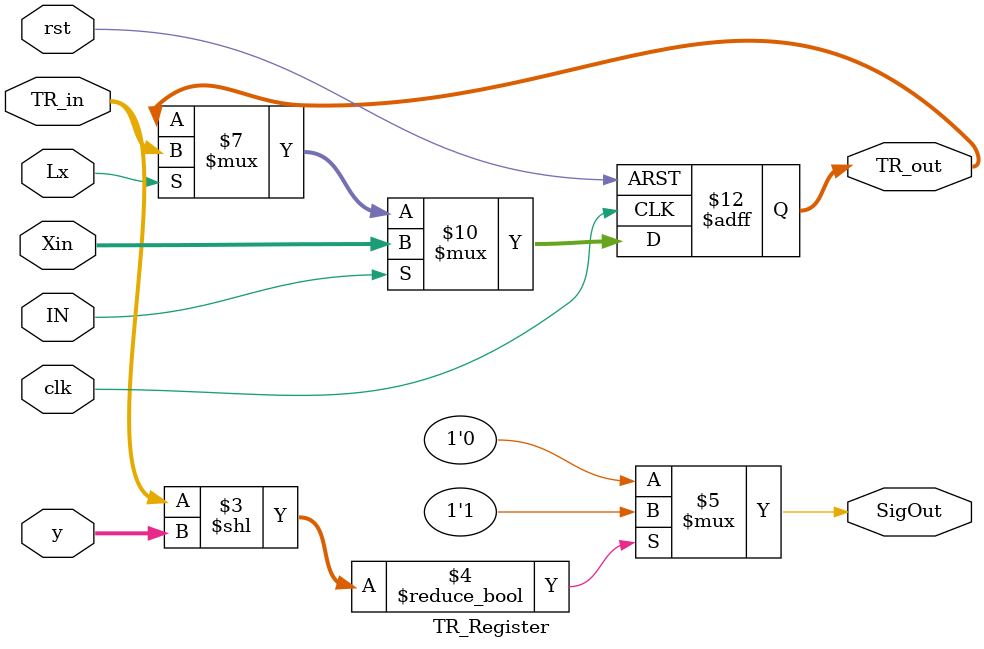
<source format=v>
`timescale 1ps/1ps

module TR_Register(input[15:0] TR_in,input[15:0] Xin,input[7:0] y,input IN,Lx,clk,rst,output reg[15:0] TR_out,output reg SigOut);


	always@(posedge clk,posedge rst) begin
		if(rst) TR_out<=0; else begin
			if(IN) TR_out<=Xin;else begin
				if(Lx) TR_out<=TR_in; 
			end
		end
	end
	
	always@(TR_in) begin
		SigOut<=0;
		if(TR_in<<y) SigOut<=1;
	end
	
endmodule
		
</source>
